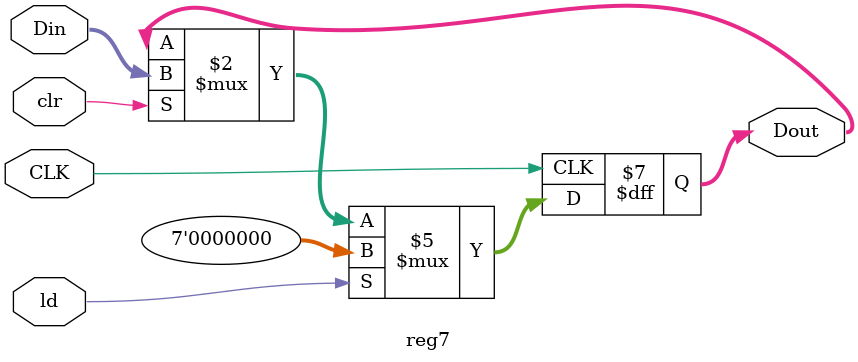
<source format=v>
module reg7 (CLK, clr, ld, Din, Dout);
  input CLK;
  input clr; // clear register
  input ld; // load register from Din
  input [6:0] Din; // Data input for load
  output [6:0] Dout;
  reg [6:0] Dout;
  always @(posedge CLK) begin
    if (ld) Dout <= 0;
    else if (clr) Dout <= Din;
  end
endmodule // shiftReg
</source>
